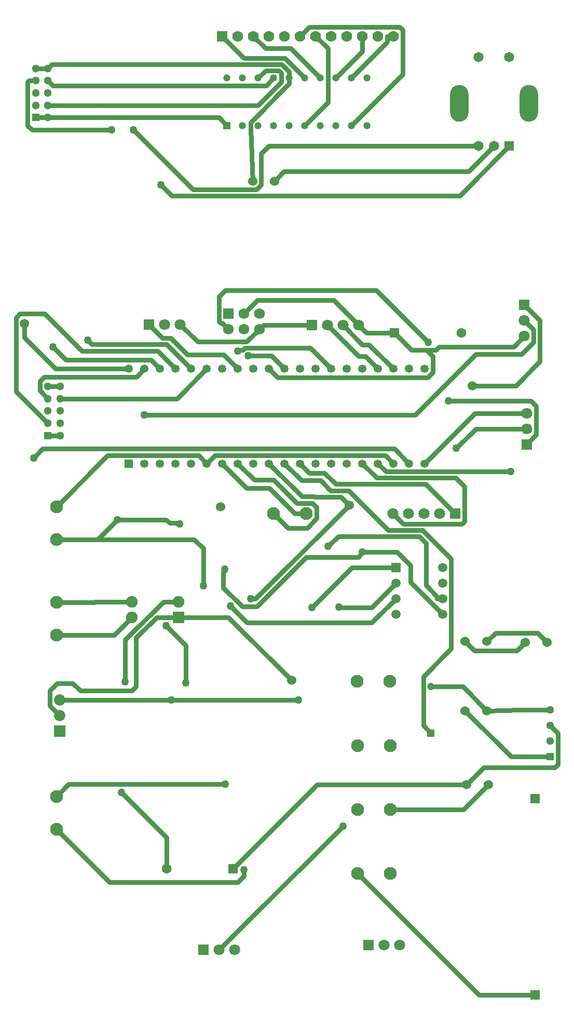
<source format=gbl>
G04*
G04 #@! TF.GenerationSoftware,Altium Limited,Altium Designer,24.4.1 (13)*
G04*
G04 Layer_Physical_Order=2*
G04 Layer_Color=16711680*
%FSLAX44Y44*%
%MOMM*%
G71*
G04*
G04 #@! TF.SameCoordinates,E03DAD19-A1D4-479A-945F-AA05C0C5925B*
G04*
G04*
G04 #@! TF.FilePolarity,Positive*
G04*
G01*
G75*
%ADD25C,1.3000*%
%ADD26R,1.3000X1.3000*%
%ADD28C,1.2000*%
%ADD29R,1.2000X1.2000*%
%ADD30R,1.6000X1.6000*%
%ADD31C,1.6000*%
%ADD50C,1.3500*%
%ADD51R,1.3500X1.3500*%
%ADD62C,0.7620*%
%ADD63R,1.5000X1.5000*%
%ADD64C,1.5000*%
%ADD65C,1.5240*%
%ADD66C,2.1000*%
%ADD67C,1.2880*%
%ADD68R,1.2880X1.2880*%
%ADD69R,1.8000X1.8000*%
%ADD70C,1.8000*%
%ADD71R,1.5240X1.5240*%
%ADD72R,1.8450X1.8450*%
%ADD73C,1.8450*%
%ADD74R,1.9050X1.9050*%
%ADD75C,1.9050*%
%ADD76C,1.7780*%
%ADD77R,1.7780X1.7780*%
%ADD78C,1.1900*%
%ADD79R,1.1900X1.1900*%
%ADD80R,1.6500X1.6500*%
%ADD81C,1.6500*%
%ADD82O,3.0000X6.0000*%
%ADD83R,1.8000X1.8000*%
%ADD84C,1.7500*%
%ADD85R,1.7500X1.7500*%
%ADD86C,1.2700*%
D25*
X777080Y1739260D02*
D03*
Y1719260D02*
D03*
Y1699260D02*
D03*
Y1679260D02*
D03*
Y1659260D02*
D03*
X757080Y1739260D02*
D03*
Y1719260D02*
D03*
Y1699260D02*
D03*
Y1679260D02*
D03*
X797240Y1220780D02*
D03*
Y1200780D02*
D03*
Y1180780D02*
D03*
Y1160780D02*
D03*
Y1140780D02*
D03*
X777240Y1220780D02*
D03*
Y1200780D02*
D03*
Y1180780D02*
D03*
Y1160780D02*
D03*
D26*
X757080Y1659260D02*
D03*
X777240Y1140780D02*
D03*
D28*
X1402080Y731580D02*
D03*
D29*
Y655320D02*
D03*
D30*
X1342620Y1308100D02*
D03*
X1079270Y434340D02*
D03*
D31*
X1451380Y1308100D02*
D03*
X970510Y434340D02*
D03*
D50*
X909320Y1249362D02*
D03*
X934720D02*
D03*
X960120D02*
D03*
X985520D02*
D03*
X1010920D02*
D03*
X1036320D02*
D03*
X1061720D02*
D03*
X1087120D02*
D03*
X1112520D02*
D03*
X1137920D02*
D03*
X1163320D02*
D03*
X1188720D02*
D03*
X1214120D02*
D03*
X1239520D02*
D03*
X1264920D02*
D03*
X1290320D02*
D03*
X1315720D02*
D03*
X1341120D02*
D03*
X1366520D02*
D03*
X1391920D02*
D03*
Y1095058D02*
D03*
X1366520D02*
D03*
X1341120D02*
D03*
X1315720D02*
D03*
X1290320D02*
D03*
X1264920D02*
D03*
X1239520D02*
D03*
X1214120D02*
D03*
X1188720D02*
D03*
X1163320D02*
D03*
X1137920D02*
D03*
X1112520D02*
D03*
X1087120D02*
D03*
X1061720D02*
D03*
X1036320D02*
D03*
X1010920D02*
D03*
X985520D02*
D03*
X960120D02*
D03*
X934720D02*
D03*
D51*
X909320D02*
D03*
D62*
X890270Y1003300D02*
X970280D01*
X975658Y997922D01*
X990898D01*
X991870Y996950D01*
X1064468Y922228D02*
X1065440Y923200D01*
X1064468Y918636D02*
Y922228D01*
X1063498Y917666D02*
X1064468Y918636D01*
X1063498Y892302D02*
Y917666D01*
X1087120Y1278890D02*
X1088092Y1279862D01*
X1095023D01*
X1098370Y1283208D02*
X1205675D01*
X1095023Y1279862D02*
X1098370Y1283208D01*
X1252860Y860420D02*
X1304920D01*
X1252220Y861060D02*
X1252860Y860420D01*
X1304920D02*
X1344930Y900430D01*
X1002284Y737870D02*
Y798576D01*
X970280Y830580D02*
X1002284Y798576D01*
X1394714Y1280414D02*
X1410208D01*
X1370306D02*
X1394714D01*
X858520Y971550D02*
X1016000D01*
X978530Y709930D02*
X1186180D01*
X796290D02*
X978530D01*
X1412240Y875030D02*
Y878332D01*
X1330960Y1782140D02*
Y1791970D01*
X1460500Y571500D02*
X1488440Y599440D01*
X1604264D01*
X1609344Y604520D01*
Y655066D01*
X1596390Y668020D02*
X1609344Y655066D01*
X1542034Y790194D02*
X1555750Y803910D01*
X1472946Y790194D02*
X1542034D01*
X1457960Y805180D02*
X1472946Y790194D01*
X1137920Y1249362D02*
X1151826Y1235456D01*
X1397000D01*
X1405128Y1243584D01*
Y1270000D01*
X1394714Y1280414D02*
X1405128Y1270000D01*
X1342620Y1308100D02*
X1370306Y1280414D01*
X1243330Y1361440D02*
X1283970Y1320800D01*
X1118870Y1361440D02*
X1243330D01*
X1097280Y1339850D02*
X1118870Y1361440D01*
X1296670Y1308100D02*
X1342620D01*
X1283970Y1320800D02*
X1296670Y1308100D01*
X1546352Y693420D02*
X1596390D01*
X1493520Y692150D02*
X1546352Y693420D01*
X1493520Y805180D02*
X1507236Y818896D01*
X1576324D01*
X1591310Y803910D01*
X965454Y869950D02*
X990600D01*
X903478Y807974D02*
X965454Y869950D01*
X903478Y739140D02*
Y807974D01*
X1315720Y1095058D02*
X1328820Y1081957D01*
X1532465D01*
X1170940Y1714246D02*
Y1723720D01*
X1107694Y1651000D02*
X1170940Y1714246D01*
X1107694Y1640840D02*
Y1651000D01*
Y1640840D02*
X1111250Y1555750D01*
X1137920Y1612750D02*
X1479950D01*
X1125220Y1600050D02*
X1137920Y1612750D01*
X1125220Y1549400D02*
Y1600050D01*
X1117600Y1541780D02*
X1125220Y1549400D01*
X1014100Y1541780D02*
X1117600D01*
X917072Y1638808D02*
X1014100Y1541780D01*
X777080Y1659260D02*
X1056000D01*
X1069340Y1645920D01*
X1146810Y1555750D02*
X1162304Y1571244D01*
X1463294D01*
X1504950Y1612900D01*
X1075182Y862584D02*
X1102106Y835660D01*
X1305560D01*
X1344930Y875030D01*
X1063498Y892302D02*
X1094232Y861568D01*
X1118362D01*
X1198880Y942086D01*
X1283716D01*
X1290320Y950976D01*
X854202Y869950D02*
X914400D01*
X852932Y868680D02*
X854202Y869950D01*
X791210Y868680D02*
X852932D01*
X1282700Y426720D02*
X1480820Y228600D01*
X1572260D01*
X897128Y558800D02*
X970510Y485418D01*
Y434340D02*
Y485418D01*
X1554480Y1328420D02*
X1569830Y1313070D01*
Y1292860D02*
Y1313070D01*
X1550018Y1273048D02*
X1569830Y1292860D01*
X1475232Y1273048D02*
X1550018D01*
X1376680Y1174496D02*
X1475232Y1273048D01*
X934720Y1174496D02*
X1376680D01*
X1179974Y1013460D02*
X1198880D01*
X1138064Y1055370D02*
X1179974Y1013460D01*
X1101407Y1055370D02*
X1138064D01*
X1061720Y1095058D02*
X1101407Y1055370D01*
X1163320Y1095058D02*
X1190816Y1067562D01*
X1222248D01*
X1238758Y1051052D01*
X1267968D01*
X1332738Y986282D01*
X1388618D01*
X1435100Y939800D01*
Y793496D02*
Y939800D01*
X1389634Y748030D02*
X1435100Y793496D01*
X1389634Y667766D02*
Y748030D01*
Y667766D02*
X1402080Y655320D01*
X1475232Y1151890D02*
X1558290D01*
X1443482Y1120140D02*
X1475232Y1151890D01*
X1205675Y1283208D02*
X1239520Y1249362D01*
X1061720Y1324610D02*
X1071880Y1314450D01*
X1059180Y1324610D02*
X1061720D01*
X1056640Y1327150D02*
X1059180Y1324610D01*
X1056640Y1327150D02*
Y1367282D01*
X1066800Y1377442D01*
X1313180D01*
X1397508Y1293114D01*
X945579Y1263904D02*
X960120Y1249362D01*
X806450Y1263904D02*
X945579D01*
X785114Y1285240D02*
X806450Y1263904D01*
X1120140Y1723720D02*
X1132440Y1736020D01*
X1154100D01*
X1157840Y1732280D01*
Y1717040D02*
Y1732280D01*
X1120060Y1679260D02*
X1157840Y1717040D01*
X777080Y1679260D02*
X1120060D01*
X780542Y700278D02*
X796290Y684530D01*
X780542Y700278D02*
Y724916D01*
X792480Y736854D01*
X817880D01*
X830072Y724662D01*
X914400D01*
X921258Y731520D01*
Y811385D01*
X954423Y844550D01*
X990600D01*
X777080Y1719260D02*
X785142Y1711198D01*
X1133018D01*
X1145540Y1723720D01*
X1112520Y1791970D02*
X1132586Y1771904D01*
X1173556D01*
X1221740Y1723720D01*
X1061720Y1791970D02*
X1097280Y1756410D01*
X1163650D01*
X1196340Y1723720D01*
X777080Y1739260D02*
X784000Y1746180D01*
X1159180D01*
X1170940Y1734420D01*
Y1723720D02*
Y1734420D01*
X1327975Y1108202D02*
X1341120Y1095058D01*
X1049464Y1108202D02*
X1327975D01*
X1036320Y1095058D02*
X1049464Y1108202D01*
X942340Y1322070D02*
X964367Y1300043D01*
X977446D01*
X1004866Y1272623D01*
X1063860D01*
X1087120Y1249362D01*
X970817Y1289465D02*
X1010920Y1249362D01*
X848960Y1289465D02*
X970817D01*
X842518Y1295908D02*
X848960Y1289465D01*
X725170Y1212850D02*
X777240Y1160780D01*
X725170Y1212850D02*
Y1332992D01*
X731520Y1339342D01*
X772160D01*
X832866Y1278636D01*
X956246D01*
X985520Y1249362D01*
X1410208Y1280414D02*
X1415288Y1285494D01*
X1536954D01*
X1554480Y1303020D01*
X1430782Y1197102D02*
X1565402D01*
X1573784Y1188720D01*
Y1141984D02*
Y1188720D01*
X1558290Y1126490D02*
X1573784Y1141984D01*
X1469390Y1221740D02*
X1540447D01*
X1579990Y1261283D01*
Y1328310D01*
X1554480Y1353820D02*
X1579990Y1328310D01*
X791210Y1024890D02*
X874522Y1108202D01*
X1023176D01*
X1036320Y1095058D01*
X753872Y1104392D02*
X768604Y1119124D01*
X1342453D01*
X1366520Y1095058D01*
X1290320D02*
X1313580Y1071797D01*
X1442720D01*
X1456944Y1057573D01*
Y1000506D02*
Y1057573D01*
X1452880Y996442D02*
X1456944Y1000506D01*
X1356868Y996442D02*
X1452880D01*
X1339850Y1013460D02*
X1356868Y996442D01*
X1087120Y1095058D02*
X1113599Y1068578D01*
X1145206D01*
X1183045Y1030739D01*
X1208779D01*
X1215898Y1023620D01*
Y1005840D02*
Y1023620D01*
X1199896Y989838D02*
X1215898Y1005840D01*
X1169162Y989838D02*
X1199896D01*
X1145540Y1013460D02*
X1169162Y989838D01*
X1188720Y1095058D02*
X1203999Y1079779D01*
X1228397D01*
X1246538Y1061637D01*
X1393273D01*
X1441450Y1013460D01*
X1137920Y1095058D02*
X1191660Y1041317D01*
X1211432D01*
X1212111Y1040638D01*
X1255522D01*
X1268730Y1027430D01*
X797240Y1200780D02*
X987737D01*
X1036320Y1249362D01*
X1056640Y302260D02*
X1258316Y503936D01*
X810768Y572008D02*
X1066800D01*
X791210Y552450D02*
X810768Y572008D01*
X1097280Y422402D02*
Y432562D01*
X1087120Y412242D02*
X1097280Y422402D01*
X878078Y412242D02*
X1087120D01*
X791210Y499110D02*
X878078Y412242D01*
X1030986Y895858D02*
Y956564D01*
X1016000Y971550D02*
X1030986Y956564D01*
X1448820Y1531620D02*
X1529950Y1612750D01*
X978916Y1531620D02*
X1448820D01*
X961390Y1549146D02*
X978916Y1531620D01*
X1216430Y571500D02*
X1460500D01*
X1079270Y434340D02*
X1216430Y571500D01*
X1142175Y1270508D02*
X1163320Y1249362D01*
X1103630Y1270508D02*
X1142175D01*
X1272540Y1645920D02*
X1356360Y1729740D01*
Y1802130D01*
X1351280Y1807210D02*
X1356360Y1802130D01*
X1203960Y1807210D02*
X1351280D01*
X1188720Y1791970D02*
X1203960Y1807210D01*
X1412240Y875030D02*
X1421130D01*
X1394206Y896366D02*
X1412240Y878332D01*
X1394206Y896366D02*
Y965200D01*
X1383284Y976122D02*
X1394206Y965200D01*
X1250696Y976122D02*
X1383284D01*
X1234440Y959866D02*
X1250696Y976122D01*
X1273180Y925830D02*
X1344930D01*
X1207770Y860420D02*
X1273180Y925830D01*
X764286Y1213734D02*
X777240Y1200780D01*
X764286Y1213734D02*
Y1229360D01*
X771144Y1236218D01*
X921575D01*
X934720Y1249362D01*
X789891D02*
X909320D01*
X739140Y1300114D02*
X789891Y1249362D01*
X739140Y1300114D02*
Y1323340D01*
X993140Y1322070D02*
X1021842Y1293368D01*
X1101598D01*
X1122680Y1314450D01*
X1129030Y1320800D02*
X1207770D01*
X1122680Y1314450D02*
X1129030Y1320800D01*
X1290320Y950976D02*
X1346708D01*
X1368806Y928878D01*
Y901954D02*
Y928878D01*
Y901954D02*
X1421130Y849630D01*
X1214120Y1791970D02*
X1234186Y1771904D01*
Y1683766D02*
Y1771904D01*
X1196340Y1645920D02*
X1234186Y1683766D01*
X1107948Y874268D02*
X1115568D01*
X1268730Y1027430D01*
X791210Y971550D02*
X858520D01*
X890270Y1003300D01*
X746760Y1719260D02*
X757080D01*
X744220Y1716720D02*
X746760Y1719260D01*
X744220Y1645920D02*
Y1716720D01*
Y1645920D02*
X751332Y1638808D01*
X881380D01*
X1290320Y1766900D02*
Y1791970D01*
X1247140Y1723720D02*
X1290320Y1766900D01*
X1330960Y1791970D02*
X1341120D01*
X1272540Y1723720D02*
X1330960Y1782140D01*
X1295336Y1269746D02*
X1315720Y1249362D01*
X1284224Y1269746D02*
X1295336D01*
X1233170Y1320800D02*
X1284224Y1269746D01*
X1258570Y1320800D02*
X1290320Y1289050D01*
X1301432D01*
X1341120Y1249362D01*
X990600Y844550D02*
X1071880D01*
X1174750Y741680D01*
X1532890Y617220D02*
X1596390D01*
X1457960Y692150D02*
X1532890Y617220D01*
X1474153Y1177290D02*
X1558290D01*
X1391920Y1095058D02*
X1474153Y1177290D01*
X1454090Y731580D02*
X1493520Y692150D01*
X1402080Y731580D02*
X1454090D01*
X1336040Y530860D02*
X1455420D01*
X1496060Y571500D01*
X791210Y815340D02*
X885190D01*
X914400Y844550D01*
X777240Y1220780D02*
X797240D01*
X777240Y1140780D02*
X797240D01*
X757080Y1739260D02*
X777080D01*
X757080Y1659260D02*
X777080D01*
D63*
X1344930Y925830D02*
D03*
D64*
Y900430D02*
D03*
Y875030D02*
D03*
Y849630D02*
D03*
X1421130Y925830D02*
D03*
Y900430D02*
D03*
Y875030D02*
D03*
Y849630D02*
D03*
D65*
X1174750Y741680D02*
D03*
X1496060Y571500D02*
D03*
X1460500D02*
D03*
X1493520Y692150D02*
D03*
X1457960D02*
D03*
X1059180Y1024890D02*
D03*
X1268730Y1027430D02*
D03*
X1146810Y1555750D02*
D03*
X1111250D02*
D03*
X1591310Y803910D02*
D03*
X1555750D02*
D03*
X739140Y1323340D02*
D03*
X1493520Y805180D02*
D03*
X1457960D02*
D03*
X1469390Y1221740D02*
D03*
D66*
X1336040Y635000D02*
D03*
X1282700D02*
D03*
X1334770Y740410D02*
D03*
X1281430D02*
D03*
X1336040Y426720D02*
D03*
X1282700D02*
D03*
X1336040Y530860D02*
D03*
X1282700D02*
D03*
X791210Y499110D02*
D03*
Y552450D02*
D03*
Y815340D02*
D03*
Y868680D02*
D03*
Y971550D02*
D03*
Y1024890D02*
D03*
X1145540Y1013460D02*
D03*
X1198880D02*
D03*
D67*
X1596390Y693420D02*
D03*
Y668020D02*
D03*
Y642620D02*
D03*
D68*
Y617220D02*
D03*
D69*
X1031240Y302260D02*
D03*
X1300480Y309880D02*
D03*
X1441450Y1013460D02*
D03*
X1207770Y1320800D02*
D03*
X942340Y1322070D02*
D03*
D70*
X1056640Y302260D02*
D03*
X1082040D02*
D03*
X1325880Y309880D02*
D03*
X1351280D02*
D03*
X1558290Y1151890D02*
D03*
Y1177290D02*
D03*
X1554480Y1328420D02*
D03*
Y1303020D02*
D03*
X1390650Y1013460D02*
D03*
X1416050D02*
D03*
X1365250D02*
D03*
X1339850D02*
D03*
X1258570Y1320800D02*
D03*
X1233170D02*
D03*
X1283970D02*
D03*
X967740Y1322070D02*
D03*
X993140D02*
D03*
D71*
X1572260Y548600D02*
D03*
Y228600D02*
D03*
D72*
X796290Y659130D02*
D03*
D73*
Y684530D02*
D03*
Y709930D02*
D03*
D74*
X990600Y844550D02*
D03*
D75*
Y869950D02*
D03*
X914400D02*
D03*
Y844550D02*
D03*
D76*
X1214120Y1791970D02*
D03*
X1239520D02*
D03*
X1264920D02*
D03*
X1290320D02*
D03*
X1315720D02*
D03*
X1341120D02*
D03*
X1188720D02*
D03*
X1163320D02*
D03*
X1137920D02*
D03*
X1112520D02*
D03*
X1087120D02*
D03*
D77*
X1061720D02*
D03*
D78*
X1069340Y1723720D02*
D03*
X1094740D02*
D03*
X1120140D02*
D03*
X1145540D02*
D03*
X1170940D02*
D03*
X1196340D02*
D03*
X1221740D02*
D03*
X1247140D02*
D03*
X1272540D02*
D03*
X1297940D02*
D03*
Y1645920D02*
D03*
X1272540D02*
D03*
X1247140D02*
D03*
X1221740D02*
D03*
X1196340D02*
D03*
X1170940D02*
D03*
X1145540D02*
D03*
X1120140D02*
D03*
X1094740D02*
D03*
D79*
X1069340D02*
D03*
D80*
X1529950Y1612750D02*
D03*
D81*
X1479950D02*
D03*
X1529950Y1757750D02*
D03*
X1504950Y1612900D02*
D03*
X1479950Y1757750D02*
D03*
D82*
X1561950Y1682750D02*
D03*
X1447950D02*
D03*
D83*
X1558290Y1126490D02*
D03*
X1554480Y1353820D02*
D03*
D84*
X1122680Y1339850D02*
D03*
X1097280D02*
D03*
X1071880Y1314450D02*
D03*
X1097280D02*
D03*
X1122680D02*
D03*
D85*
X1071880Y1339850D02*
D03*
D86*
X991870Y996950D02*
D03*
X1065440Y923200D02*
D03*
X1087120Y1278890D02*
D03*
X1252220Y861060D02*
D03*
X970280Y830580D02*
D03*
X903478Y739140D02*
D03*
X1532465Y1081957D02*
D03*
X917072Y1638808D02*
D03*
X1075182Y862584D02*
D03*
X897128Y558800D02*
D03*
X934720Y1174496D02*
D03*
X1443482Y1120140D02*
D03*
X1397508Y1293114D02*
D03*
X785114Y1285240D02*
D03*
X842518Y1295908D02*
D03*
X1430782Y1197102D02*
D03*
X753872Y1104392D02*
D03*
X1186180Y709930D02*
D03*
X1258316Y503936D02*
D03*
X1066800Y572008D02*
D03*
X1097280Y432562D02*
D03*
X1030986Y895858D02*
D03*
X961390Y1549146D02*
D03*
X1103630Y1270508D02*
D03*
X1234440Y959866D02*
D03*
X1207770Y860420D02*
D03*
X978530Y709930D02*
D03*
X1290320Y950976D02*
D03*
X1002284Y737870D02*
D03*
X1107948Y874268D02*
D03*
X890270Y1003300D02*
D03*
X881380Y1638808D02*
D03*
M02*

</source>
